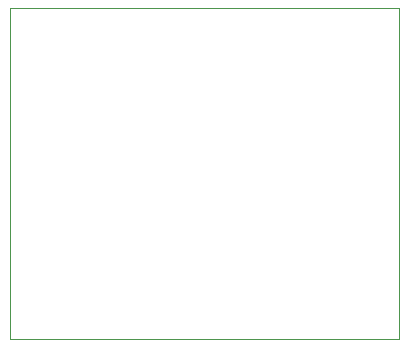
<source format=gbp>
G75*
%MOIN*%
%OFA0B0*%
%FSLAX24Y24*%
%IPPOS*%
%LPD*%
%AMOC8*
5,1,8,0,0,1.08239X$1,22.5*
%
%ADD10C,0.0000*%
D10*
X000100Y000133D02*
X000100Y011169D01*
X013088Y011169D01*
X013088Y000133D01*
X000100Y000133D01*
M02*

</source>
